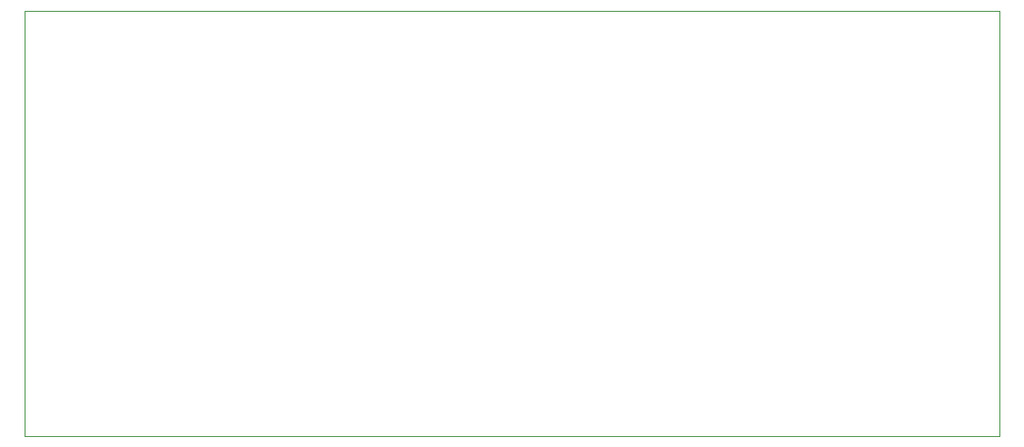
<source format=gbr>
G04 #@! TF.GenerationSoftware,KiCad,Pcbnew,(5.1.5-0-10_14)*
G04 #@! TF.CreationDate,2021-11-28T08:32:57+10:00*
G04 #@! TF.ProjectId,OH - Right Console - Output Distribution,4f48202d-2052-4696-9768-7420436f6e73,rev?*
G04 #@! TF.SameCoordinates,Original*
G04 #@! TF.FileFunction,Profile,NP*
%FSLAX46Y46*%
G04 Gerber Fmt 4.6, Leading zero omitted, Abs format (unit mm)*
G04 Created by KiCad (PCBNEW (5.1.5-0-10_14)) date 2021-11-28 08:32:57*
%MOMM*%
%LPD*%
G04 APERTURE LIST*
%ADD10C,0.050000*%
G04 APERTURE END LIST*
D10*
X156718000Y-120015000D02*
X156718000Y-80391000D01*
X247396000Y-120015000D02*
X156718000Y-120015000D01*
X247396000Y-80391000D02*
X247396000Y-120015000D01*
X156718000Y-80391000D02*
X247396000Y-80391000D01*
M02*

</source>
